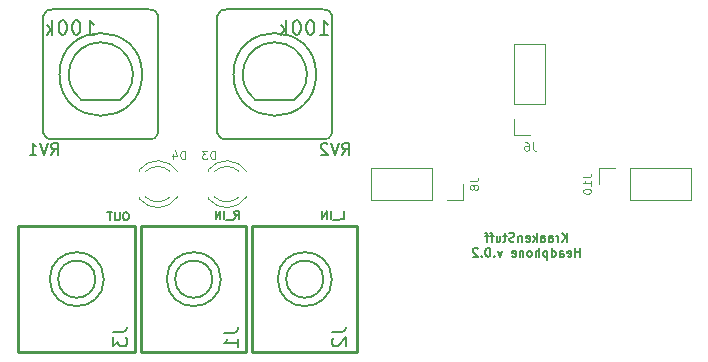
<source format=gbr>
G04 #@! TF.GenerationSoftware,KiCad,Pcbnew,(5.0.1)-4*
G04 #@! TF.CreationDate,2019-03-05T01:58:22+01:00*
G04 #@! TF.ProjectId,1U Headphone,3155204865616470686F6E652E6B6963,rev?*
G04 #@! TF.SameCoordinates,Original*
G04 #@! TF.FileFunction,Legend,Bot*
G04 #@! TF.FilePolarity,Positive*
%FSLAX46Y46*%
G04 Gerber Fmt 4.6, Leading zero omitted, Abs format (unit mm)*
G04 Created by KiCad (PCBNEW (5.0.1)-4) date 3/5/2019 1:58:22 AM*
%MOMM*%
%LPD*%
G01*
G04 APERTURE LIST*
%ADD10C,0.150000*%
%ADD11C,0.254000*%
%ADD12C,0.127000*%
%ADD13C,0.120000*%
%ADD14C,0.152400*%
G04 APERTURE END LIST*
D10*
X63862714Y-67265785D02*
X63862714Y-66515785D01*
X63434142Y-67265785D02*
X63755571Y-66837214D01*
X63434142Y-66515785D02*
X63862714Y-66944357D01*
X63112714Y-67265785D02*
X63112714Y-66765785D01*
X63112714Y-66908642D02*
X63077000Y-66837214D01*
X63041285Y-66801500D01*
X62969857Y-66765785D01*
X62898428Y-66765785D01*
X62327000Y-67265785D02*
X62327000Y-66872928D01*
X62362714Y-66801500D01*
X62434142Y-66765785D01*
X62577000Y-66765785D01*
X62648428Y-66801500D01*
X62327000Y-67230071D02*
X62398428Y-67265785D01*
X62577000Y-67265785D01*
X62648428Y-67230071D01*
X62684142Y-67158642D01*
X62684142Y-67087214D01*
X62648428Y-67015785D01*
X62577000Y-66980071D01*
X62398428Y-66980071D01*
X62327000Y-66944357D01*
X61648428Y-67265785D02*
X61648428Y-66872928D01*
X61684142Y-66801500D01*
X61755571Y-66765785D01*
X61898428Y-66765785D01*
X61969857Y-66801500D01*
X61648428Y-67230071D02*
X61719857Y-67265785D01*
X61898428Y-67265785D01*
X61969857Y-67230071D01*
X62005571Y-67158642D01*
X62005571Y-67087214D01*
X61969857Y-67015785D01*
X61898428Y-66980071D01*
X61719857Y-66980071D01*
X61648428Y-66944357D01*
X61291285Y-67265785D02*
X61291285Y-66515785D01*
X61219857Y-66980071D02*
X61005571Y-67265785D01*
X61005571Y-66765785D02*
X61291285Y-67051500D01*
X60398428Y-67230071D02*
X60469857Y-67265785D01*
X60612714Y-67265785D01*
X60684142Y-67230071D01*
X60719857Y-67158642D01*
X60719857Y-66872928D01*
X60684142Y-66801500D01*
X60612714Y-66765785D01*
X60469857Y-66765785D01*
X60398428Y-66801500D01*
X60362714Y-66872928D01*
X60362714Y-66944357D01*
X60719857Y-67015785D01*
X60041285Y-66765785D02*
X60041285Y-67265785D01*
X60041285Y-66837214D02*
X60005571Y-66801500D01*
X59934142Y-66765785D01*
X59827000Y-66765785D01*
X59755571Y-66801500D01*
X59719857Y-66872928D01*
X59719857Y-67265785D01*
X59398428Y-67230071D02*
X59291285Y-67265785D01*
X59112714Y-67265785D01*
X59041285Y-67230071D01*
X59005571Y-67194357D01*
X58969857Y-67122928D01*
X58969857Y-67051500D01*
X59005571Y-66980071D01*
X59041285Y-66944357D01*
X59112714Y-66908642D01*
X59255571Y-66872928D01*
X59327000Y-66837214D01*
X59362714Y-66801500D01*
X59398428Y-66730071D01*
X59398428Y-66658642D01*
X59362714Y-66587214D01*
X59327000Y-66551500D01*
X59255571Y-66515785D01*
X59077000Y-66515785D01*
X58969857Y-66551500D01*
X58755571Y-66765785D02*
X58469857Y-66765785D01*
X58648428Y-66515785D02*
X58648428Y-67158642D01*
X58612714Y-67230071D01*
X58541285Y-67265785D01*
X58469857Y-67265785D01*
X57898428Y-66765785D02*
X57898428Y-67265785D01*
X58219857Y-66765785D02*
X58219857Y-67158642D01*
X58184142Y-67230071D01*
X58112714Y-67265785D01*
X58005571Y-67265785D01*
X57934142Y-67230071D01*
X57898428Y-67194357D01*
X57648428Y-66765785D02*
X57362714Y-66765785D01*
X57541285Y-67265785D02*
X57541285Y-66622928D01*
X57505571Y-66551500D01*
X57434142Y-66515785D01*
X57362714Y-66515785D01*
X57219857Y-66765785D02*
X56934142Y-66765785D01*
X57112714Y-67265785D02*
X57112714Y-66622928D01*
X57077000Y-66551500D01*
X57005571Y-66515785D01*
X56934142Y-66515785D01*
X64987714Y-68540785D02*
X64987714Y-67790785D01*
X64987714Y-68147928D02*
X64559142Y-68147928D01*
X64559142Y-68540785D02*
X64559142Y-67790785D01*
X63916285Y-68505071D02*
X63987714Y-68540785D01*
X64130571Y-68540785D01*
X64202000Y-68505071D01*
X64237714Y-68433642D01*
X64237714Y-68147928D01*
X64202000Y-68076500D01*
X64130571Y-68040785D01*
X63987714Y-68040785D01*
X63916285Y-68076500D01*
X63880571Y-68147928D01*
X63880571Y-68219357D01*
X64237714Y-68290785D01*
X63237714Y-68540785D02*
X63237714Y-68147928D01*
X63273428Y-68076500D01*
X63344857Y-68040785D01*
X63487714Y-68040785D01*
X63559142Y-68076500D01*
X63237714Y-68505071D02*
X63309142Y-68540785D01*
X63487714Y-68540785D01*
X63559142Y-68505071D01*
X63594857Y-68433642D01*
X63594857Y-68362214D01*
X63559142Y-68290785D01*
X63487714Y-68255071D01*
X63309142Y-68255071D01*
X63237714Y-68219357D01*
X62559142Y-68540785D02*
X62559142Y-67790785D01*
X62559142Y-68505071D02*
X62630571Y-68540785D01*
X62773428Y-68540785D01*
X62844857Y-68505071D01*
X62880571Y-68469357D01*
X62916285Y-68397928D01*
X62916285Y-68183642D01*
X62880571Y-68112214D01*
X62844857Y-68076500D01*
X62773428Y-68040785D01*
X62630571Y-68040785D01*
X62559142Y-68076500D01*
X62202000Y-68040785D02*
X62202000Y-68790785D01*
X62202000Y-68076500D02*
X62130571Y-68040785D01*
X61987714Y-68040785D01*
X61916285Y-68076500D01*
X61880571Y-68112214D01*
X61844857Y-68183642D01*
X61844857Y-68397928D01*
X61880571Y-68469357D01*
X61916285Y-68505071D01*
X61987714Y-68540785D01*
X62130571Y-68540785D01*
X62202000Y-68505071D01*
X61523428Y-68540785D02*
X61523428Y-67790785D01*
X61202000Y-68540785D02*
X61202000Y-68147928D01*
X61237714Y-68076500D01*
X61309142Y-68040785D01*
X61416285Y-68040785D01*
X61487714Y-68076500D01*
X61523428Y-68112214D01*
X60737714Y-68540785D02*
X60809142Y-68505071D01*
X60844857Y-68469357D01*
X60880571Y-68397928D01*
X60880571Y-68183642D01*
X60844857Y-68112214D01*
X60809142Y-68076500D01*
X60737714Y-68040785D01*
X60630571Y-68040785D01*
X60559142Y-68076500D01*
X60523428Y-68112214D01*
X60487714Y-68183642D01*
X60487714Y-68397928D01*
X60523428Y-68469357D01*
X60559142Y-68505071D01*
X60630571Y-68540785D01*
X60737714Y-68540785D01*
X60166285Y-68040785D02*
X60166285Y-68540785D01*
X60166285Y-68112214D02*
X60130571Y-68076500D01*
X60059142Y-68040785D01*
X59952000Y-68040785D01*
X59880571Y-68076500D01*
X59844857Y-68147928D01*
X59844857Y-68540785D01*
X59202000Y-68505071D02*
X59273428Y-68540785D01*
X59416285Y-68540785D01*
X59487714Y-68505071D01*
X59523428Y-68433642D01*
X59523428Y-68147928D01*
X59487714Y-68076500D01*
X59416285Y-68040785D01*
X59273428Y-68040785D01*
X59202000Y-68076500D01*
X59166285Y-68147928D01*
X59166285Y-68219357D01*
X59523428Y-68290785D01*
X58344857Y-68040785D02*
X58166285Y-68540785D01*
X57987714Y-68040785D01*
X57702000Y-68469357D02*
X57666285Y-68505071D01*
X57702000Y-68540785D01*
X57737714Y-68505071D01*
X57702000Y-68469357D01*
X57702000Y-68540785D01*
X57202000Y-67790785D02*
X57130571Y-67790785D01*
X57059142Y-67826500D01*
X57023428Y-67862214D01*
X56987714Y-67933642D01*
X56952000Y-68076500D01*
X56952000Y-68255071D01*
X56987714Y-68397928D01*
X57023428Y-68469357D01*
X57059142Y-68505071D01*
X57130571Y-68540785D01*
X57202000Y-68540785D01*
X57273428Y-68505071D01*
X57309142Y-68469357D01*
X57344857Y-68397928D01*
X57380571Y-68255071D01*
X57380571Y-68076500D01*
X57344857Y-67933642D01*
X57309142Y-67862214D01*
X57273428Y-67826500D01*
X57202000Y-67790785D01*
X56630571Y-68469357D02*
X56594857Y-68505071D01*
X56630571Y-68540785D01*
X56666285Y-68505071D01*
X56630571Y-68469357D01*
X56630571Y-68540785D01*
X56309142Y-67862214D02*
X56273428Y-67826500D01*
X56202000Y-67790785D01*
X56023428Y-67790785D01*
X55952000Y-67826500D01*
X55916285Y-67862214D01*
X55880571Y-67933642D01*
X55880571Y-68005071D01*
X55916285Y-68112214D01*
X56344857Y-68540785D01*
X55880571Y-68540785D01*
D11*
G04 #@! TO.C,J1*
X36703000Y-65913000D02*
X36703000Y-76581000D01*
X36703000Y-76581000D02*
X27813000Y-76581000D01*
X27813000Y-76581000D02*
X27813000Y-65913000D01*
X27813000Y-65913000D02*
X36703000Y-65913000D01*
D12*
X33832800Y-70421500D02*
G75*
G03X33832800Y-70421500I-1574800J0D01*
G01*
X34544000Y-70421500D02*
G75*
G03X34544000Y-70421500I-2286000J0D01*
G01*
D11*
G04 #@! TO.C,J2*
X46101000Y-65913000D02*
X46101000Y-76581000D01*
X46101000Y-76581000D02*
X37211000Y-76581000D01*
X37211000Y-76581000D02*
X37211000Y-65913000D01*
X37211000Y-65913000D02*
X46101000Y-65913000D01*
D12*
X43230800Y-70421500D02*
G75*
G03X43230800Y-70421500I-1574800J0D01*
G01*
X43942000Y-70421500D02*
G75*
G03X43942000Y-70421500I-2286000J0D01*
G01*
G04 #@! TO.C,RV1*
X27883837Y-53087843D02*
G75*
G03X27883837Y-53087843I-3500000J0D01*
G01*
X19529837Y-58077943D02*
G75*
G03X20293737Y-58587843I636900J127000D01*
G01*
X28473937Y-58587843D02*
X20293737Y-58587843D01*
X28473937Y-58587843D02*
G75*
G03X29237837Y-58077943I127000J636900D01*
G01*
X29237837Y-48097743D02*
X29237837Y-58077943D01*
X29237837Y-48097743D02*
G75*
G03X28473937Y-47587843I-636900J-127000D01*
G01*
X20293737Y-47587843D02*
X28473937Y-47587843D01*
X20293737Y-47587843D02*
G75*
G03X19529837Y-48097743I-127000J-636900D01*
G01*
X19529837Y-58077943D02*
X19529837Y-48097743D01*
D10*
X22733000Y-55245000D02*
G75*
G02X26035000Y-55245000I1651000J2159000D01*
G01*
X26035000Y-55245000D02*
X22733000Y-55245000D01*
D12*
G04 #@! TO.C,RV2*
X42615837Y-53087843D02*
G75*
G03X42615837Y-53087843I-3500000J0D01*
G01*
X34261837Y-58077943D02*
G75*
G03X35025737Y-58587843I636900J127000D01*
G01*
X43205937Y-58587843D02*
X35025737Y-58587843D01*
X43205937Y-58587843D02*
G75*
G03X43969837Y-58077943I127000J636900D01*
G01*
X43969837Y-48097743D02*
X43969837Y-58077943D01*
X43969837Y-48097743D02*
G75*
G03X43205937Y-47587843I-636900J-127000D01*
G01*
X35025737Y-47587843D02*
X43205937Y-47587843D01*
X35025737Y-47587843D02*
G75*
G03X34261837Y-48097743I-127000J-636900D01*
G01*
X34261837Y-58077943D02*
X34261837Y-48097743D01*
D10*
X37465000Y-55245000D02*
G75*
G02X40767000Y-55245000I1651000J2159000D01*
G01*
X40767000Y-55245000D02*
X37465000Y-55245000D01*
D11*
G04 #@! TO.C,J3*
X27297000Y-65913000D02*
X27297000Y-76581000D01*
X27252000Y-76581000D02*
X17452000Y-76581000D01*
X17407000Y-76581000D02*
X17407000Y-65913000D01*
X17452000Y-65913000D02*
X27252000Y-65913000D01*
D12*
X23926800Y-70421500D02*
G75*
G03X23926800Y-70421500I-1574800J0D01*
G01*
X24638000Y-70421500D02*
G75*
G03X24638000Y-70421500I-2286000J0D01*
G01*
D13*
G04 #@! TO.C,J6*
X59376000Y-50486000D02*
X62036000Y-50486000D01*
X59376000Y-55626000D02*
X59376000Y-50486000D01*
X62036000Y-55626000D02*
X62036000Y-50486000D01*
X59376000Y-55626000D02*
X62036000Y-55626000D01*
X59376000Y-56896000D02*
X59376000Y-58226000D01*
X59376000Y-58226000D02*
X60706000Y-58226000D01*
G04 #@! TO.C,D3*
X36724335Y-63461008D02*
G75*
G02X33492000Y-63617916I-1672335J1078608D01*
G01*
X36724335Y-61303792D02*
G75*
G03X33492000Y-61146884I-1672335J-1078608D01*
G01*
X36093130Y-63462237D02*
G75*
G02X34011039Y-63462400I-1041130J1079837D01*
G01*
X36093130Y-61302563D02*
G75*
G03X34011039Y-61302400I-1041130J-1079837D01*
G01*
X33492000Y-63618400D02*
X33492000Y-63462400D01*
X33492000Y-61302400D02*
X33492000Y-61146400D01*
G04 #@! TO.C,D4*
X27650000Y-61302400D02*
X27650000Y-61146400D01*
X27650000Y-63618400D02*
X27650000Y-63462400D01*
X30251130Y-61302563D02*
G75*
G03X28169039Y-61302400I-1041130J-1079837D01*
G01*
X30251130Y-63462237D02*
G75*
G02X28169039Y-63462400I-1041130J1079837D01*
G01*
X30882335Y-61303792D02*
G75*
G03X27650000Y-61146884I-1672335J-1078608D01*
G01*
X30882335Y-63461008D02*
G75*
G02X27650000Y-63617916I-1672335J1078608D01*
G01*
G04 #@! TO.C,J8*
X55025600Y-63712400D02*
X55025600Y-62382400D01*
X53695600Y-63712400D02*
X55025600Y-63712400D01*
X52425600Y-63712400D02*
X52425600Y-61052400D01*
X52425600Y-61052400D02*
X47285600Y-61052400D01*
X52425600Y-63712400D02*
X47285600Y-63712400D01*
X47285600Y-63712400D02*
X47285600Y-61052400D01*
G04 #@! TO.C,J10*
X74329600Y-61052400D02*
X74329600Y-63712400D01*
X69189600Y-61052400D02*
X74329600Y-61052400D01*
X69189600Y-63712400D02*
X74329600Y-63712400D01*
X69189600Y-61052400D02*
X69189600Y-63712400D01*
X67919600Y-61052400D02*
X66589600Y-61052400D01*
X66589600Y-61052400D02*
X66589600Y-62382400D01*
G04 #@! TO.C,J1*
D14*
X34804047Y-74975236D02*
X35665833Y-74975236D01*
X35838190Y-74917783D01*
X35953095Y-74802879D01*
X36010547Y-74630521D01*
X36010547Y-74515617D01*
X36010547Y-76181736D02*
X36010547Y-75492307D01*
X36010547Y-75837021D02*
X34804047Y-75837021D01*
X34976404Y-75722117D01*
X35091309Y-75607212D01*
X35148761Y-75492307D01*
X35681673Y-65320866D02*
X35915006Y-64987533D01*
X36081673Y-65320866D02*
X36081673Y-64620866D01*
X35815006Y-64620866D01*
X35748340Y-64654200D01*
X35715006Y-64687533D01*
X35681673Y-64754200D01*
X35681673Y-64854200D01*
X35715006Y-64920866D01*
X35748340Y-64954200D01*
X35815006Y-64987533D01*
X36081673Y-64987533D01*
X35548340Y-65387533D02*
X35015006Y-65387533D01*
X34848340Y-65320866D02*
X34848340Y-64620866D01*
X34515006Y-65320866D02*
X34515006Y-64620866D01*
X34115006Y-65320866D01*
X34115006Y-64620866D01*
G04 #@! TO.C,J2*
X43948047Y-74899036D02*
X44809833Y-74899036D01*
X44982190Y-74841583D01*
X45097095Y-74726679D01*
X45154547Y-74554321D01*
X45154547Y-74439417D01*
X44062952Y-75416107D02*
X44005500Y-75473560D01*
X43948047Y-75588464D01*
X43948047Y-75875726D01*
X44005500Y-75990631D01*
X44062952Y-76048083D01*
X44177857Y-76105536D01*
X44292761Y-76105536D01*
X44465119Y-76048083D01*
X45154547Y-75358655D01*
X45154547Y-76105536D01*
X44612940Y-65346266D02*
X44946273Y-65346266D01*
X44946273Y-64646266D01*
X44546273Y-65412933D02*
X44012940Y-65412933D01*
X43846273Y-65346266D02*
X43846273Y-64646266D01*
X43512940Y-65346266D02*
X43512940Y-64646266D01*
X43112940Y-65346266D01*
X43112940Y-64646266D01*
G04 #@! TO.C,RV1*
X20173416Y-59896380D02*
X20506749Y-59420190D01*
X20744844Y-59896380D02*
X20744844Y-58896380D01*
X20363892Y-58896380D01*
X20268654Y-58944000D01*
X20221035Y-58991619D01*
X20173416Y-59086857D01*
X20173416Y-59229714D01*
X20221035Y-59324952D01*
X20268654Y-59372571D01*
X20363892Y-59420190D01*
X20744844Y-59420190D01*
X19887701Y-58896380D02*
X19554368Y-59896380D01*
X19221035Y-58896380D01*
X18363892Y-59896380D02*
X18935320Y-59896380D01*
X18649606Y-59896380D02*
X18649606Y-58896380D01*
X18744844Y-59039238D01*
X18840082Y-59134476D01*
X18935320Y-59182095D01*
X23111701Y-49726547D02*
X23801130Y-49726547D01*
X23456416Y-49726547D02*
X23456416Y-48520047D01*
X23571320Y-48692404D01*
X23686225Y-48807309D01*
X23801130Y-48864761D01*
X22364820Y-48520047D02*
X22249916Y-48520047D01*
X22135011Y-48577500D01*
X22077559Y-48634952D01*
X22020106Y-48749857D01*
X21962654Y-48979666D01*
X21962654Y-49266928D01*
X22020106Y-49496738D01*
X22077559Y-49611642D01*
X22135011Y-49669095D01*
X22249916Y-49726547D01*
X22364820Y-49726547D01*
X22479725Y-49669095D01*
X22537178Y-49611642D01*
X22594630Y-49496738D01*
X22652082Y-49266928D01*
X22652082Y-48979666D01*
X22594630Y-48749857D01*
X22537178Y-48634952D01*
X22479725Y-48577500D01*
X22364820Y-48520047D01*
X21215773Y-48520047D02*
X21100868Y-48520047D01*
X20985963Y-48577500D01*
X20928511Y-48634952D01*
X20871059Y-48749857D01*
X20813606Y-48979666D01*
X20813606Y-49266928D01*
X20871059Y-49496738D01*
X20928511Y-49611642D01*
X20985963Y-49669095D01*
X21100868Y-49726547D01*
X21215773Y-49726547D01*
X21330678Y-49669095D01*
X21388130Y-49611642D01*
X21445582Y-49496738D01*
X21503035Y-49266928D01*
X21503035Y-48979666D01*
X21445582Y-48749857D01*
X21388130Y-48634952D01*
X21330678Y-48577500D01*
X21215773Y-48520047D01*
X20296535Y-49726547D02*
X20296535Y-48520047D01*
X20181630Y-49266928D02*
X19836916Y-49726547D01*
X19836916Y-48922214D02*
X20296535Y-49381833D01*
G04 #@! TO.C,RV2*
X44811416Y-59896380D02*
X45144749Y-59420190D01*
X45382844Y-59896380D02*
X45382844Y-58896380D01*
X45001892Y-58896380D01*
X44906654Y-58944000D01*
X44859035Y-58991619D01*
X44811416Y-59086857D01*
X44811416Y-59229714D01*
X44859035Y-59324952D01*
X44906654Y-59372571D01*
X45001892Y-59420190D01*
X45382844Y-59420190D01*
X44525701Y-58896380D02*
X44192368Y-59896380D01*
X43859035Y-58896380D01*
X43573320Y-58991619D02*
X43525701Y-58944000D01*
X43430463Y-58896380D01*
X43192368Y-58896380D01*
X43097130Y-58944000D01*
X43049511Y-58991619D01*
X43001892Y-59086857D01*
X43001892Y-59182095D01*
X43049511Y-59324952D01*
X43620940Y-59896380D01*
X43001892Y-59896380D01*
X42923701Y-49726547D02*
X43613130Y-49726547D01*
X43268416Y-49726547D02*
X43268416Y-48520047D01*
X43383320Y-48692404D01*
X43498225Y-48807309D01*
X43613130Y-48864761D01*
X42176820Y-48520047D02*
X42061916Y-48520047D01*
X41947011Y-48577500D01*
X41889559Y-48634952D01*
X41832106Y-48749857D01*
X41774654Y-48979666D01*
X41774654Y-49266928D01*
X41832106Y-49496738D01*
X41889559Y-49611642D01*
X41947011Y-49669095D01*
X42061916Y-49726547D01*
X42176820Y-49726547D01*
X42291725Y-49669095D01*
X42349178Y-49611642D01*
X42406630Y-49496738D01*
X42464082Y-49266928D01*
X42464082Y-48979666D01*
X42406630Y-48749857D01*
X42349178Y-48634952D01*
X42291725Y-48577500D01*
X42176820Y-48520047D01*
X41027773Y-48520047D02*
X40912868Y-48520047D01*
X40797963Y-48577500D01*
X40740511Y-48634952D01*
X40683059Y-48749857D01*
X40625606Y-48979666D01*
X40625606Y-49266928D01*
X40683059Y-49496738D01*
X40740511Y-49611642D01*
X40797963Y-49669095D01*
X40912868Y-49726547D01*
X41027773Y-49726547D01*
X41142678Y-49669095D01*
X41200130Y-49611642D01*
X41257582Y-49496738D01*
X41315035Y-49266928D01*
X41315035Y-48979666D01*
X41257582Y-48749857D01*
X41200130Y-48634952D01*
X41142678Y-48577500D01*
X41027773Y-48520047D01*
X40108535Y-49726547D02*
X40108535Y-48520047D01*
X39993630Y-49266928D02*
X39648916Y-49726547D01*
X39648916Y-48922214D02*
X40108535Y-49381833D01*
G04 #@! TO.C,J3*
X25406047Y-74899036D02*
X26267833Y-74899036D01*
X26440190Y-74841583D01*
X26555095Y-74726679D01*
X26612547Y-74554321D01*
X26612547Y-74439417D01*
X25406047Y-75358655D02*
X25406047Y-76105536D01*
X25865666Y-75703369D01*
X25865666Y-75875726D01*
X25923119Y-75990631D01*
X25980571Y-76048083D01*
X26095476Y-76105536D01*
X26382738Y-76105536D01*
X26497642Y-76048083D01*
X26555095Y-75990631D01*
X26612547Y-75875726D01*
X26612547Y-75531012D01*
X26555095Y-75416107D01*
X26497642Y-75358655D01*
X26575740Y-64747866D02*
X26442406Y-64747866D01*
X26375740Y-64781200D01*
X26309073Y-64847866D01*
X26275740Y-64981200D01*
X26275740Y-65214533D01*
X26309073Y-65347866D01*
X26375740Y-65414533D01*
X26442406Y-65447866D01*
X26575740Y-65447866D01*
X26642406Y-65414533D01*
X26709073Y-65347866D01*
X26742406Y-65214533D01*
X26742406Y-64981200D01*
X26709073Y-64847866D01*
X26642406Y-64781200D01*
X26575740Y-64747866D01*
X25975740Y-64747866D02*
X25975740Y-65314533D01*
X25942406Y-65381200D01*
X25909073Y-65414533D01*
X25842406Y-65447866D01*
X25709073Y-65447866D01*
X25642406Y-65414533D01*
X25609073Y-65381200D01*
X25575740Y-65314533D01*
X25575740Y-64747866D01*
X25342406Y-64747866D02*
X24942406Y-64747866D01*
X25142406Y-65447866D02*
X25142406Y-64747866D01*
G04 #@! TO.C,J6*
D13*
X60939333Y-58842666D02*
X60939333Y-59342666D01*
X60972666Y-59442666D01*
X61039333Y-59509333D01*
X61139333Y-59542666D01*
X61206000Y-59542666D01*
X60306000Y-58842666D02*
X60439333Y-58842666D01*
X60506000Y-58876000D01*
X60539333Y-58909333D01*
X60606000Y-59009333D01*
X60639333Y-59142666D01*
X60639333Y-59409333D01*
X60606000Y-59476000D01*
X60572666Y-59509333D01*
X60506000Y-59542666D01*
X60372666Y-59542666D01*
X60306000Y-59509333D01*
X60272666Y-59476000D01*
X60239333Y-59409333D01*
X60239333Y-59242666D01*
X60272666Y-59176000D01*
X60306000Y-59142666D01*
X60372666Y-59109333D01*
X60506000Y-59109333D01*
X60572666Y-59142666D01*
X60606000Y-59176000D01*
X60639333Y-59242666D01*
G04 #@! TO.C,D3*
X34044666Y-60260666D02*
X34044666Y-59560666D01*
X33878000Y-59560666D01*
X33778000Y-59594000D01*
X33711333Y-59660666D01*
X33678000Y-59727333D01*
X33644666Y-59860666D01*
X33644666Y-59960666D01*
X33678000Y-60094000D01*
X33711333Y-60160666D01*
X33778000Y-60227333D01*
X33878000Y-60260666D01*
X34044666Y-60260666D01*
X33411333Y-59560666D02*
X32978000Y-59560666D01*
X33211333Y-59827333D01*
X33111333Y-59827333D01*
X33044666Y-59860666D01*
X33011333Y-59894000D01*
X32978000Y-59960666D01*
X32978000Y-60127333D01*
X33011333Y-60194000D01*
X33044666Y-60227333D01*
X33111333Y-60260666D01*
X33311333Y-60260666D01*
X33378000Y-60227333D01*
X33411333Y-60194000D01*
G04 #@! TO.C,D4*
X31504666Y-60260666D02*
X31504666Y-59560666D01*
X31338000Y-59560666D01*
X31238000Y-59594000D01*
X31171333Y-59660666D01*
X31138000Y-59727333D01*
X31104666Y-59860666D01*
X31104666Y-59960666D01*
X31138000Y-60094000D01*
X31171333Y-60160666D01*
X31238000Y-60227333D01*
X31338000Y-60260666D01*
X31504666Y-60260666D01*
X30504666Y-59794000D02*
X30504666Y-60260666D01*
X30671333Y-59527333D02*
X30838000Y-60027333D01*
X30404666Y-60027333D01*
G04 #@! TO.C,J8*
X55642266Y-62149066D02*
X56142266Y-62149066D01*
X56242266Y-62115733D01*
X56308933Y-62049066D01*
X56342266Y-61949066D01*
X56342266Y-61882400D01*
X55942266Y-62582400D02*
X55908933Y-62515733D01*
X55875600Y-62482400D01*
X55808933Y-62449066D01*
X55775600Y-62449066D01*
X55708933Y-62482400D01*
X55675600Y-62515733D01*
X55642266Y-62582400D01*
X55642266Y-62715733D01*
X55675600Y-62782400D01*
X55708933Y-62815733D01*
X55775600Y-62849066D01*
X55808933Y-62849066D01*
X55875600Y-62815733D01*
X55908933Y-62782400D01*
X55942266Y-62715733D01*
X55942266Y-62582400D01*
X55975600Y-62515733D01*
X56008933Y-62482400D01*
X56075600Y-62449066D01*
X56208933Y-62449066D01*
X56275600Y-62482400D01*
X56308933Y-62515733D01*
X56342266Y-62582400D01*
X56342266Y-62715733D01*
X56308933Y-62782400D01*
X56275600Y-62815733D01*
X56208933Y-62849066D01*
X56075600Y-62849066D01*
X56008933Y-62815733D01*
X55975600Y-62782400D01*
X55942266Y-62715733D01*
G04 #@! TO.C,J10*
X65206266Y-61815733D02*
X65706266Y-61815733D01*
X65806266Y-61782400D01*
X65872933Y-61715733D01*
X65906266Y-61615733D01*
X65906266Y-61549066D01*
X65906266Y-62515733D02*
X65906266Y-62115733D01*
X65906266Y-62315733D02*
X65206266Y-62315733D01*
X65306266Y-62249066D01*
X65372933Y-62182400D01*
X65406266Y-62115733D01*
X65206266Y-62949066D02*
X65206266Y-63015733D01*
X65239600Y-63082400D01*
X65272933Y-63115733D01*
X65339600Y-63149066D01*
X65472933Y-63182400D01*
X65639600Y-63182400D01*
X65772933Y-63149066D01*
X65839600Y-63115733D01*
X65872933Y-63082400D01*
X65906266Y-63015733D01*
X65906266Y-62949066D01*
X65872933Y-62882400D01*
X65839600Y-62849066D01*
X65772933Y-62815733D01*
X65639600Y-62782400D01*
X65472933Y-62782400D01*
X65339600Y-62815733D01*
X65272933Y-62849066D01*
X65239600Y-62882400D01*
X65206266Y-62949066D01*
G04 #@! TD*
M02*

</source>
